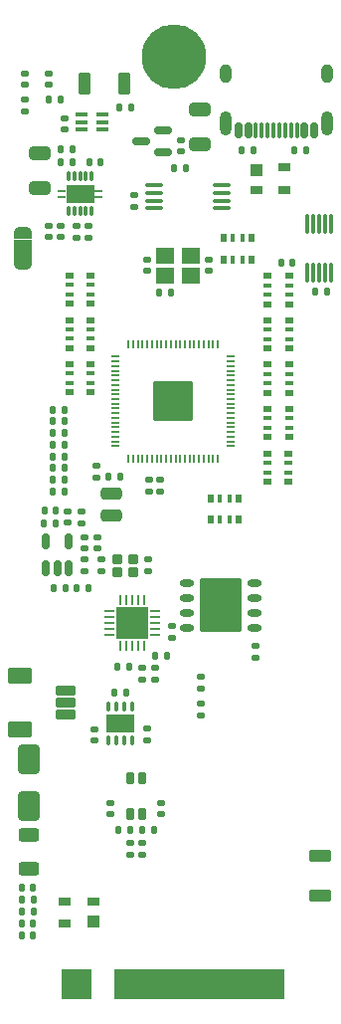
<source format=gbr>
%TF.GenerationSoftware,KiCad,Pcbnew,9.0.7*%
%TF.CreationDate,2026-02-19T00:24:31+01:00*%
%TF.ProjectId,BladeCore-M54C,426c6164-6543-46f7-9265-2d4d3534432e,rev?*%
%TF.SameCoordinates,Original*%
%TF.FileFunction,Soldermask,Top*%
%TF.FilePolarity,Negative*%
%FSLAX46Y46*%
G04 Gerber Fmt 4.6, Leading zero omitted, Abs format (unit mm)*
G04 Created by KiCad (PCBNEW 9.0.7) date 2026-02-19 00:24:31*
%MOMM*%
%LPD*%
G01*
G04 APERTURE LIST*
G04 Aperture macros list*
%AMRoundRect*
0 Rectangle with rounded corners*
0 $1 Rounding radius*
0 $2 $3 $4 $5 $6 $7 $8 $9 X,Y pos of 4 corners*
0 Add a 4 corners polygon primitive as box body*
4,1,4,$2,$3,$4,$5,$6,$7,$8,$9,$2,$3,0*
0 Add four circle primitives for the rounded corners*
1,1,$1+$1,$2,$3*
1,1,$1+$1,$4,$5*
1,1,$1+$1,$6,$7*
1,1,$1+$1,$8,$9*
0 Add four rect primitives between the rounded corners*
20,1,$1+$1,$2,$3,$4,$5,0*
20,1,$1+$1,$4,$5,$6,$7,0*
20,1,$1+$1,$6,$7,$8,$9,0*
20,1,$1+$1,$8,$9,$2,$3,0*%
%AMFreePoly0*
4,1,23,0.550000,-0.750000,0.000000,-0.750000,0.000000,-0.745722,-0.065263,-0.745722,-0.191342,-0.711940,-0.304381,-0.646677,-0.396677,-0.554381,-0.461940,-0.441342,-0.495722,-0.315263,-0.495722,-0.250000,-0.500000,-0.250000,-0.500000,0.250000,-0.495722,0.250000,-0.495722,0.315263,-0.461940,0.441342,-0.396677,0.554381,-0.304381,0.646677,-0.191342,0.711940,-0.065263,0.745722,0.000000,0.745722,
0.000000,0.750000,0.550000,0.750000,0.550000,-0.750000,0.550000,-0.750000,$1*%
%AMFreePoly1*
4,1,23,0.000000,0.745722,0.065263,0.745722,0.191342,0.711940,0.304381,0.646677,0.396677,0.554381,0.461940,0.441342,0.495722,0.315263,0.495722,0.250000,0.500000,0.250000,0.500000,-0.250000,0.495722,-0.250000,0.495722,-0.315263,0.461940,-0.441342,0.396677,-0.554381,0.304381,-0.646677,0.191342,-0.711940,0.065263,-0.745722,0.000000,-0.745722,0.000000,-0.750000,-0.550000,-0.750000,
-0.550000,0.750000,0.000000,0.750000,0.000000,0.745722,0.000000,0.745722,$1*%
G04 Aperture macros list end*
%ADD10RoundRect,0.070000X0.070000X-0.355000X0.070000X0.355000X-0.070000X0.355000X-0.070000X-0.355000X0*%
%ADD11R,0.700000X0.280000*%
%ADD12R,2.400000X1.650000*%
%ADD13FreePoly0,270.000000*%
%ADD14R,1.500000X1.000000*%
%ADD15FreePoly1,270.000000*%
%ADD16RoundRect,0.250000X-0.650000X1.000000X-0.650000X-1.000000X0.650000X-1.000000X0.650000X1.000000X0*%
%ADD17RoundRect,0.135000X-0.185000X0.135000X-0.185000X-0.135000X0.185000X-0.135000X0.185000X0.135000X0*%
%ADD18RoundRect,0.135000X-0.135000X-0.185000X0.135000X-0.185000X0.135000X0.185000X-0.135000X0.185000X0*%
%ADD19RoundRect,0.100000X0.400000X0.100000X-0.400000X0.100000X-0.400000X-0.100000X0.400000X-0.100000X0*%
%ADD20RoundRect,0.135000X0.135000X0.185000X-0.135000X0.185000X-0.135000X-0.185000X0.135000X-0.185000X0*%
%ADD21R,0.800000X0.500000*%
%ADD22R,0.800000X0.400000*%
%ADD23RoundRect,0.140000X-0.170000X0.140000X-0.170000X-0.140000X0.170000X-0.140000X0.170000X0.140000X0*%
%ADD24RoundRect,0.250000X-0.650000X0.325000X-0.650000X-0.325000X0.650000X-0.325000X0.650000X0.325000X0*%
%ADD25RoundRect,0.200000X-0.250000X-0.200000X0.250000X-0.200000X0.250000X0.200000X-0.250000X0.200000X0*%
%ADD26RoundRect,0.140000X0.170000X-0.140000X0.170000X0.140000X-0.170000X0.140000X-0.170000X-0.140000X0*%
%ADD27R,0.500000X0.800000*%
%ADD28R,0.400000X0.800000*%
%ADD29RoundRect,0.075000X-0.075000X0.350000X-0.075000X-0.350000X0.075000X-0.350000X0.075000X0.350000X0*%
%ADD30R,2.400000X1.600000*%
%ADD31RoundRect,0.250000X-0.625000X0.312500X-0.625000X-0.312500X0.625000X-0.312500X0.625000X0.312500X0*%
%ADD32RoundRect,0.140000X-0.140000X-0.170000X0.140000X-0.170000X0.140000X0.170000X-0.140000X0.170000X0*%
%ADD33O,1.244200X0.648600*%
%ADD34RoundRect,0.102000X1.700000X2.150000X-1.700000X2.150000X-1.700000X-2.150000X1.700000X-2.150000X0*%
%ADD35RoundRect,0.135000X0.185000X-0.135000X0.185000X0.135000X-0.185000X0.135000X-0.185000X-0.135000X0*%
%ADD36RoundRect,0.062500X0.337500X0.062500X-0.337500X0.062500X-0.337500X-0.062500X0.337500X-0.062500X0*%
%ADD37RoundRect,0.062500X0.062500X0.337500X-0.062500X0.337500X-0.062500X-0.337500X0.062500X-0.337500X0*%
%ADD38R,2.700000X2.700000*%
%ADD39RoundRect,0.150000X0.150000X0.500000X-0.150000X0.500000X-0.150000X-0.500000X0.150000X-0.500000X0*%
%ADD40RoundRect,0.075000X0.075000X0.575000X-0.075000X0.575000X-0.075000X-0.575000X0.075000X-0.575000X0*%
%ADD41O,1.000000X2.100000*%
%ADD42O,1.000000X1.600000*%
%ADD43RoundRect,0.120000X-0.180000X0.405000X-0.180000X-0.405000X0.180000X-0.405000X0.180000X0.405000X0*%
%ADD44RoundRect,0.147500X0.172500X-0.147500X0.172500X0.147500X-0.172500X0.147500X-0.172500X-0.147500X0*%
%ADD45RoundRect,0.102000X-0.775000X0.300000X-0.775000X-0.300000X0.775000X-0.300000X0.775000X0.300000X0*%
%ADD46RoundRect,0.102000X-0.900000X0.600000X-0.900000X-0.600000X0.900000X-0.600000X0.900000X0.600000X0*%
%ADD47RoundRect,0.050000X-0.175000X-1.250000X0.175000X-1.250000X0.175000X1.250000X-0.175000X1.250000X0*%
%ADD48C,5.500000*%
%ADD49RoundRect,0.140000X0.140000X0.170000X-0.140000X0.170000X-0.140000X-0.170000X0.140000X-0.170000X0*%
%ADD50RoundRect,0.102000X0.400000X0.850000X-0.400000X0.850000X-0.400000X-0.850000X0.400000X-0.850000X0*%
%ADD51RoundRect,0.150000X0.150000X-0.512500X0.150000X0.512500X-0.150000X0.512500X-0.150000X-0.512500X0*%
%ADD52RoundRect,0.150000X0.587500X0.150000X-0.587500X0.150000X-0.587500X-0.150000X0.587500X-0.150000X0*%
%ADD53RoundRect,0.050000X0.500000X-0.500000X0.500000X0.500000X-0.500000X0.500000X-0.500000X-0.500000X0*%
%ADD54RoundRect,0.050000X0.500000X-0.300000X0.500000X0.300000X-0.500000X0.300000X-0.500000X-0.300000X0*%
%ADD55RoundRect,0.050000X-0.500000X0.500000X-0.500000X-0.500000X0.500000X-0.500000X0.500000X0.500000X0*%
%ADD56RoundRect,0.050000X-0.500000X0.300000X-0.500000X-0.300000X0.500000X-0.300000X0.500000X0.300000X0*%
%ADD57RoundRect,0.102000X-0.850000X0.400000X-0.850000X-0.400000X0.850000X-0.400000X0.850000X0.400000X0*%
%ADD58RoundRect,0.100000X0.637500X0.100000X-0.637500X0.100000X-0.637500X-0.100000X0.637500X-0.100000X0*%
%ADD59RoundRect,0.250000X0.640000X-0.260000X0.640000X0.260000X-0.640000X0.260000X-0.640000X-0.260000X0*%
%ADD60RoundRect,0.102000X0.700000X-0.600000X0.700000X0.600000X-0.700000X0.600000X-0.700000X-0.600000X0*%
%ADD61RoundRect,0.087500X0.087500X-0.725000X0.087500X0.725000X-0.087500X0.725000X-0.087500X-0.725000X0*%
%ADD62O,0.780000X0.220000*%
%ADD63O,0.220000X0.780000*%
%ADD64C,0.425000*%
%ADD65RoundRect,0.200000X1.500000X1.500000X-1.500000X1.500000X-1.500000X-1.500000X1.500000X-1.500000X0*%
G04 APERTURE END LIST*
%TO.C,JP1*%
G36*
X2600000Y65200000D02*
G01*
X1100000Y65200000D01*
X1100000Y63700000D01*
X2600000Y63700000D01*
X2600000Y65200000D01*
G37*
%TD*%
D10*
%TO.C,IC7*%
X5750000Y67625000D03*
X6250000Y67625000D03*
X6750000Y67625000D03*
X7250000Y67625000D03*
X7750000Y67625000D03*
X7750000Y70575000D03*
X7250000Y70575000D03*
X6750000Y70575000D03*
X6250000Y70575000D03*
X5750000Y70575000D03*
D11*
X5200000Y68850000D03*
X8300000Y68850000D03*
D12*
X6750000Y69100000D03*
D11*
X5200000Y69350000D03*
X8300000Y69350000D03*
%TD*%
D13*
%TO.C,JP1*%
X1850000Y65750000D03*
D14*
X1850000Y64450000D03*
D15*
X1850000Y63150000D03*
%TD*%
D16*
%TO.C,D4*%
X2400000Y21000000D03*
X2400000Y17000000D03*
%TD*%
D17*
%TO.C,R93*%
X13100000Y28810000D03*
X13100000Y27790000D03*
%TD*%
D18*
%TO.C,R26*%
X4424212Y47770788D03*
X5444212Y47770788D03*
%TD*%
D19*
%TO.C,IC8*%
X8662500Y74572500D03*
X8662500Y75222500D03*
X8662500Y75872500D03*
X6887500Y75872500D03*
X6887500Y75222500D03*
X6887500Y74572500D03*
%TD*%
D20*
%TO.C,R5*%
X14459212Y60745788D03*
X13439212Y60745788D03*
%TD*%
D18*
%TO.C,R32*%
X4439212Y44770788D03*
X5459212Y44770788D03*
%TD*%
D21*
%TO.C,R16*%
X5829212Y62145788D03*
D22*
X5829212Y61345788D03*
X5829212Y60545788D03*
D21*
X5829212Y59745788D03*
X7629212Y59745788D03*
D22*
X7629212Y60545788D03*
X7629212Y61345788D03*
D21*
X7629212Y62145788D03*
%TD*%
D23*
%TO.C,C52*%
X4050000Y66390000D03*
X4050000Y65430000D03*
%TD*%
D24*
%TO.C,C56*%
X3350000Y72535000D03*
X3350000Y69585000D03*
%TD*%
D25*
%TO.C,X2*%
X9888230Y36947230D03*
X9888230Y38047230D03*
X11288230Y36947230D03*
X11288230Y38047230D03*
%TD*%
D26*
%TO.C,C34*%
X13650000Y16320000D03*
X13650000Y17280000D03*
%TD*%
D18*
%TO.C,R14*%
X4439212Y49745788D03*
X5459212Y49745788D03*
%TD*%
D27*
%TO.C,R13*%
X21354212Y65320788D03*
D28*
X20554212Y65320788D03*
X19754212Y65320788D03*
D27*
X18954212Y65320788D03*
X18954212Y63520788D03*
D28*
X19754212Y63520788D03*
X20554212Y63520788D03*
D27*
X21354212Y63520788D03*
%TD*%
D29*
%TO.C,IC29*%
X11150000Y25500000D03*
X10500000Y25500000D03*
X9850000Y25500000D03*
X9200000Y25500000D03*
X9200000Y22600000D03*
X9850000Y22600000D03*
X10500000Y22600000D03*
X11150000Y22600000D03*
D30*
X10175000Y24050000D03*
%TD*%
D20*
%TO.C,R52*%
X2790000Y8025000D03*
X1770000Y8025000D03*
%TD*%
D17*
%TO.C,R53*%
X6475000Y66370000D03*
X6475000Y65350000D03*
%TD*%
D23*
%TO.C,C53*%
X5075000Y66365000D03*
X5075000Y65405000D03*
%TD*%
%TO.C,C35*%
X9350000Y17280000D03*
X9350000Y16320000D03*
%TD*%
D18*
%TO.C,R1*%
X10115000Y76475000D03*
X11135000Y76475000D03*
%TD*%
%TO.C,R31*%
X4439212Y45770788D03*
X5459212Y45770788D03*
%TD*%
D20*
%TO.C,R59*%
X6085000Y72885000D03*
X5065000Y72885000D03*
%TD*%
D31*
%TO.C,R51*%
X2350000Y14575000D03*
X2350000Y11650000D03*
%TD*%
D18*
%TO.C,R11*%
X6455000Y35575000D03*
X7475000Y35575000D03*
%TD*%
D26*
%TO.C,C22*%
X7150000Y37025000D03*
X7150000Y37985000D03*
%TD*%
D32*
%TO.C,C20*%
X3720000Y42150000D03*
X4680000Y42150000D03*
%TD*%
D18*
%TO.C,R20*%
X26740000Y60775000D03*
X27760000Y60775000D03*
%TD*%
%TO.C,R8*%
X14755000Y71250000D03*
X15775000Y71250000D03*
%TD*%
D33*
%TO.C,IC3*%
X21574212Y32185788D03*
X21574212Y33455788D03*
X21574212Y34725788D03*
X21574212Y35995788D03*
X15882812Y35995788D03*
X15882812Y34725788D03*
X15882812Y33455788D03*
X15882812Y32185788D03*
D34*
X18728512Y34090788D03*
%TD*%
D35*
%TO.C,R94*%
X12470000Y22586408D03*
X12470000Y23606408D03*
%TD*%
D23*
%TO.C,C54*%
X7500000Y66345000D03*
X7500000Y65385000D03*
%TD*%
D36*
%TO.C,IC6*%
X13150000Y31600000D03*
X13150000Y32100000D03*
X13150000Y32600000D03*
X13150000Y33100000D03*
X13150000Y33600000D03*
D37*
X12200000Y34550000D03*
X11700000Y34550000D03*
X11200000Y34550000D03*
X10700000Y34550000D03*
X10200000Y34550000D03*
D36*
X9250000Y33600000D03*
X9250000Y33100000D03*
X9250000Y32600000D03*
X9250000Y32100000D03*
X9250000Y31600000D03*
D37*
X10200000Y30650000D03*
X10700000Y30650000D03*
X11200000Y30650000D03*
X11700000Y30650000D03*
X12200000Y30650000D03*
D38*
X11200000Y32600000D03*
%TD*%
D26*
%TO.C,C81*%
X8600000Y37020000D03*
X8600000Y37980000D03*
%TD*%
D39*
%TO.C,J3*%
X26675000Y74480000D03*
X25875000Y74480000D03*
D40*
X24725000Y74480000D03*
X23725000Y74480000D03*
X23225000Y74480000D03*
X22225000Y74480000D03*
D39*
X21075000Y74480000D03*
X20275000Y74480000D03*
X20275000Y74480000D03*
X21075000Y74480000D03*
D40*
X21725000Y74480000D03*
X22725000Y74480000D03*
X24225000Y74480000D03*
X25225000Y74480000D03*
D39*
X25875000Y74480000D03*
X26675000Y74480000D03*
D41*
X27795000Y75120000D03*
D42*
X27795000Y79300000D03*
D41*
X19155000Y75120000D03*
D42*
X19155000Y79300000D03*
%TD*%
D32*
%TO.C,C51*%
X1775000Y10100000D03*
X2735000Y10100000D03*
%TD*%
D43*
%TO.C,L3*%
X12050000Y19375000D03*
X11050000Y19375000D03*
X11050000Y16325000D03*
X12050000Y16325000D03*
%TD*%
D23*
%TO.C,C82*%
X12556391Y37983458D03*
X12556391Y37023458D03*
%TD*%
D35*
%TO.C,R34*%
X17000000Y24757500D03*
X17000000Y25777500D03*
%TD*%
D21*
%TO.C,R25*%
X5854212Y54620788D03*
D22*
X5854212Y53820788D03*
X5854212Y53020788D03*
D21*
X5854212Y52220788D03*
X7654212Y52220788D03*
D22*
X7654212Y53020788D03*
X7654212Y53820788D03*
D21*
X7654212Y54620788D03*
%TD*%
D35*
%TO.C,R4*%
X13599212Y43785788D03*
X13599212Y44805788D03*
%TD*%
D26*
%TO.C,C19*%
X5725000Y41145000D03*
X5725000Y42105000D03*
%TD*%
D23*
%TO.C,C12*%
X17674212Y63500788D03*
X17674212Y62540788D03*
%TD*%
D44*
%TO.C,D2*%
X4075000Y78365000D03*
X4075000Y79335000D03*
%TD*%
D45*
%TO.C,J2*%
X5500000Y26800000D03*
X5500000Y25800000D03*
X5500000Y24800000D03*
D46*
X1625000Y28100000D03*
X1625000Y23500000D03*
%TD*%
D20*
%TO.C,R62*%
X5060000Y77150000D03*
X4040000Y77150000D03*
%TD*%
D32*
%TO.C,C6*%
X9174212Y45020788D03*
X10134212Y45020788D03*
%TD*%
D23*
%TO.C,C24*%
X8200000Y39905000D03*
X8200000Y38945000D03*
%TD*%
D18*
%TO.C,R19*%
X24965000Y72775000D03*
X25985000Y72775000D03*
%TD*%
D17*
%TO.C,R38*%
X11050000Y13885000D03*
X11050000Y12865000D03*
%TD*%
D47*
%TO.C,J1*%
X23925000Y1850000D03*
X23425000Y1850000D03*
X22925000Y1850000D03*
X22425000Y1850000D03*
X21925000Y1850000D03*
X21425000Y1850000D03*
X20925000Y1850000D03*
X20425000Y1850000D03*
X19925000Y1850000D03*
X19425000Y1850000D03*
X18925000Y1850000D03*
X18425000Y1850000D03*
X17925000Y1850000D03*
X17425000Y1850000D03*
X16925000Y1850000D03*
X16425000Y1850000D03*
X15925000Y1850000D03*
X15425000Y1850000D03*
X14925000Y1850000D03*
X14425000Y1850000D03*
X13925000Y1850000D03*
X13425000Y1850000D03*
X12925000Y1850000D03*
X12425000Y1850000D03*
X11925000Y1850000D03*
X11425000Y1850000D03*
X10925000Y1850000D03*
X10425000Y1850000D03*
X9925000Y1850000D03*
X7425000Y1850000D03*
X6925000Y1850000D03*
X6425000Y1850000D03*
X5925000Y1850000D03*
X5425000Y1850000D03*
D48*
X14721447Y80770000D03*
%TD*%
D18*
%TO.C,R29*%
X4424212Y46770788D03*
X5444212Y46770788D03*
%TD*%
D21*
%TO.C,R23*%
X5829212Y58370788D03*
D22*
X5829212Y57570788D03*
X5829212Y56770788D03*
D21*
X5829212Y55970788D03*
X7629212Y55970788D03*
D22*
X7629212Y56770788D03*
X7629212Y57570788D03*
D21*
X7629212Y58370788D03*
%TD*%
D23*
%TO.C,C23*%
X7150000Y39910000D03*
X7150000Y38950000D03*
%TD*%
%TO.C,C18*%
X14600000Y32300000D03*
X14600000Y31340000D03*
%TD*%
D49*
%TO.C,C80*%
X10900000Y28900000D03*
X9940000Y28900000D03*
%TD*%
%TO.C,C57*%
X24825000Y63275000D03*
X23865000Y63275000D03*
%TD*%
D50*
%TO.C,SW2*%
X10525000Y78500000D03*
X7125000Y78500000D03*
%TD*%
D26*
%TO.C,C84*%
X7970000Y22616408D03*
X7970000Y23576408D03*
%TD*%
D24*
%TO.C,C59*%
X16950000Y76250000D03*
X16950000Y73300000D03*
%TD*%
D21*
%TO.C,R30*%
X24529212Y59720788D03*
D22*
X24529212Y60520788D03*
X24529212Y61320788D03*
D21*
X24529212Y62120788D03*
X22729212Y62120788D03*
D22*
X22729212Y61320788D03*
X22729212Y60520788D03*
D21*
X22729212Y59720788D03*
%TD*%
%TO.C,R28*%
X24529212Y55945788D03*
D22*
X24529212Y56745788D03*
X24529212Y57545788D03*
D21*
X24529212Y58345788D03*
X22729212Y58345788D03*
D22*
X22729212Y57545788D03*
X22729212Y56745788D03*
D21*
X22729212Y55945788D03*
%TD*%
D18*
%TO.C,R12*%
X4439212Y50745788D03*
X5459212Y50745788D03*
%TD*%
D32*
%TO.C,C55*%
X7520000Y71810000D03*
X8480000Y71810000D03*
%TD*%
D35*
%TO.C,R9*%
X6850000Y41100000D03*
X6850000Y42120000D03*
%TD*%
D26*
%TO.C,C11*%
X12474212Y62540788D03*
X12474212Y63500788D03*
%TD*%
D51*
%TO.C,IC4*%
X3850000Y37275000D03*
X4800000Y37275000D03*
X5750000Y37275000D03*
X5750000Y39550000D03*
X3850000Y39550000D03*
%TD*%
D18*
%TO.C,R10*%
X4465000Y35550000D03*
X5485000Y35550000D03*
%TD*%
D49*
%TO.C,C49*%
X2765000Y6000000D03*
X1805000Y6000000D03*
%TD*%
D21*
%TO.C,R22*%
X24504212Y44620788D03*
D22*
X24504212Y45420788D03*
X24504212Y46220788D03*
D21*
X24504212Y47020788D03*
X22704212Y47020788D03*
D22*
X22704212Y46220788D03*
X22704212Y45420788D03*
D21*
X22704212Y44620788D03*
%TD*%
D52*
%TO.C,IC5*%
X13790000Y72625000D03*
X13790000Y74525000D03*
X11915000Y73575000D03*
%TD*%
D53*
%TO.C,D5*%
X7875000Y7200000D03*
D54*
X7875000Y8900000D03*
X5475000Y8900000D03*
X5475000Y7000000D03*
%TD*%
D17*
%TO.C,R60*%
X2075000Y77160000D03*
X2075000Y76140000D03*
%TD*%
D21*
%TO.C,R27*%
X24529212Y52170788D03*
D22*
X24529212Y52970788D03*
X24529212Y53770788D03*
D21*
X24529212Y54570788D03*
X22729212Y54570788D03*
D22*
X22729212Y53770788D03*
X22729212Y52970788D03*
D21*
X22729212Y52170788D03*
%TD*%
D55*
%TO.C,D7*%
X21775000Y71150000D03*
D56*
X21775000Y69450000D03*
X24175000Y69450000D03*
X24175000Y71350000D03*
%TD*%
D57*
%TO.C,SW1*%
X27175000Y12775000D03*
X27175000Y9375000D03*
%TD*%
D44*
%TO.C,D3*%
X17000000Y27050000D03*
X17000000Y28020000D03*
%TD*%
D17*
%TO.C,R37*%
X12050000Y13885000D03*
X12050000Y12865000D03*
%TD*%
D18*
%TO.C,R54*%
X5065000Y71835000D03*
X6085000Y71835000D03*
%TD*%
D26*
%TO.C,C21*%
X15325000Y72720000D03*
X15325000Y73680000D03*
%TD*%
D20*
%TO.C,R7*%
X4710000Y41100000D03*
X3690000Y41100000D03*
%TD*%
D18*
%TO.C,R55*%
X1755000Y9050000D03*
X2775000Y9050000D03*
%TD*%
D17*
%TO.C,R91*%
X12000000Y28810000D03*
X12000000Y27790000D03*
%TD*%
D58*
%TO.C,IC2*%
X18812500Y67875000D03*
X18812500Y68525000D03*
X18812500Y69175000D03*
X18812500Y69825000D03*
X13087500Y69825000D03*
X13087500Y69175000D03*
X13087500Y68525000D03*
X13087500Y67875000D03*
%TD*%
D26*
%TO.C,C17*%
X11400000Y68020000D03*
X11400000Y68980000D03*
%TD*%
D27*
%TO.C,R15*%
X17879212Y41420788D03*
D28*
X18679212Y41420788D03*
X19479212Y41420788D03*
D27*
X20279212Y41420788D03*
X20279212Y43220788D03*
D28*
X19479212Y43220788D03*
X18679212Y43220788D03*
D27*
X17879212Y43220788D03*
%TD*%
D32*
%TO.C,C83*%
X9690000Y26696408D03*
X10650000Y26696408D03*
%TD*%
D59*
%TO.C,L1*%
X9454212Y41780788D03*
X9454212Y43560788D03*
%TD*%
D44*
%TO.C,D6*%
X2050000Y78382500D03*
X2050000Y79352500D03*
%TD*%
D18*
%TO.C,R35*%
X12065000Y14975000D03*
X13085000Y14975000D03*
%TD*%
D21*
%TO.C,R24*%
X24529212Y48395788D03*
D22*
X24529212Y49195788D03*
X24529212Y49995788D03*
D21*
X24529212Y50795788D03*
X22729212Y50795788D03*
D22*
X22729212Y49995788D03*
X22729212Y49195788D03*
D21*
X22729212Y48395788D03*
%TD*%
D35*
%TO.C,R6*%
X21675000Y29625000D03*
X21675000Y30645000D03*
%TD*%
D18*
%TO.C,R33*%
X4449212Y43770788D03*
X5469212Y43770788D03*
%TD*%
%TO.C,R36*%
X10040000Y15000000D03*
X11060000Y15000000D03*
%TD*%
D23*
%TO.C,C58*%
X5400000Y75535000D03*
X5400000Y74575000D03*
%TD*%
D18*
%TO.C,R21*%
X4424212Y48770788D03*
X5444212Y48770788D03*
%TD*%
D60*
%TO.C,X1*%
X13974212Y62170788D03*
X16174212Y62170788D03*
X13974212Y63870788D03*
X16174212Y63870788D03*
%TD*%
D61*
%TO.C,IC9*%
X26100000Y62362500D03*
X26600000Y62362500D03*
X27100000Y62362500D03*
X27600000Y62362500D03*
X28100000Y62362500D03*
X28100000Y66587500D03*
X27600000Y66587500D03*
X27100000Y66587500D03*
X26600000Y66587500D03*
X26100000Y66587500D03*
%TD*%
D49*
%TO.C,C50*%
X2760000Y7000000D03*
X1800000Y7000000D03*
%TD*%
D20*
%TO.C,R56*%
X21525000Y72800000D03*
X20505000Y72800000D03*
%TD*%
D17*
%TO.C,R2*%
X8179212Y46005788D03*
X8179212Y44985788D03*
%TD*%
D18*
%TO.C,R92*%
X13100000Y29800000D03*
X14120000Y29800000D03*
%TD*%
D17*
%TO.C,R3*%
X12599212Y44805788D03*
X12599212Y43785788D03*
%TD*%
D62*
%TO.C,IC1*%
X19576212Y47645788D03*
X19576212Y48045788D03*
X19576212Y48445788D03*
X19576212Y48845788D03*
X19576212Y49245788D03*
X19576212Y49645788D03*
X19576212Y50045788D03*
X19576212Y50445788D03*
X19576212Y50845788D03*
X19576212Y51245788D03*
X19576212Y51645788D03*
X19576212Y52045788D03*
X19576212Y52445788D03*
X19576212Y52845788D03*
X19576212Y53245788D03*
X19576212Y53645788D03*
X19576212Y54045788D03*
X19576212Y54445788D03*
X19576212Y54845788D03*
X19576212Y55245788D03*
D63*
X18479212Y56342788D03*
X18079212Y56342788D03*
X17679212Y56342788D03*
X17279212Y56342788D03*
X16879212Y56342788D03*
X16479212Y56342788D03*
X16079212Y56342788D03*
X15679212Y56342788D03*
X15279212Y56342788D03*
X14879212Y56342788D03*
X14479212Y56342788D03*
X14079212Y56342788D03*
X13679212Y56342788D03*
X13279212Y56342788D03*
X12879212Y56342788D03*
X12479212Y56342788D03*
X12079212Y56342788D03*
X11679212Y56342788D03*
X11279212Y56342788D03*
X10879212Y56342788D03*
D62*
X9782212Y55245788D03*
X9782212Y54845788D03*
X9782212Y54445788D03*
X9782212Y54045788D03*
X9782212Y53645788D03*
X9782212Y53245788D03*
X9782212Y52845788D03*
X9782212Y52445788D03*
X9782212Y52045788D03*
X9782212Y51645788D03*
X9782212Y51245788D03*
X9782212Y50845788D03*
X9782212Y50445788D03*
X9782212Y50045788D03*
X9782212Y49645788D03*
X9782212Y49245788D03*
X9782212Y48845788D03*
X9782212Y48445788D03*
X9782212Y48045788D03*
X9782212Y47645788D03*
D63*
X10879212Y46548788D03*
X11279212Y46548788D03*
X11679212Y46548788D03*
X12079212Y46548788D03*
X12479212Y46548788D03*
X12879212Y46548788D03*
X13279212Y46548788D03*
X13679212Y46548788D03*
X14079212Y46548788D03*
X14479212Y46548788D03*
X14879212Y46548788D03*
X15279212Y46548788D03*
X15679212Y46548788D03*
X16079212Y46548788D03*
X16479212Y46548788D03*
X16879212Y46548788D03*
X17279212Y46548788D03*
X17679212Y46548788D03*
X18079212Y46548788D03*
X18479212Y46548788D03*
D64*
X15529212Y50595788D03*
X15529212Y51445788D03*
X15529212Y52295788D03*
X14679212Y50595788D03*
X14679212Y51445788D03*
D65*
X14679212Y51445788D03*
D64*
X14679212Y52295788D03*
X13829212Y50595788D03*
X13829212Y51445788D03*
X13829212Y52295788D03*
%TD*%
M02*

</source>
